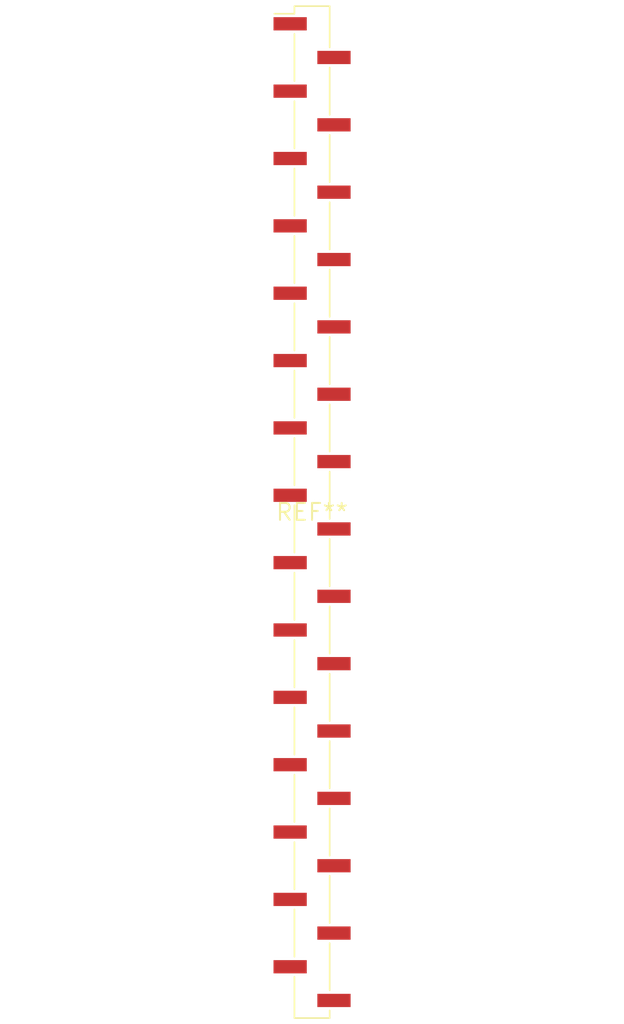
<source format=kicad_pcb>
(kicad_pcb (version 20240108) (generator pcbnew)
  (layers (0 "F.Cu" signal) (31 "B.Cu" signal) (34 "B.Paste" user) (35 "F.Paste" user) (36 "B.SilkS" user "B.Silkscreen") (37 "F.SilkS" user "F.Silkscreen") (38 "B.Mask" user) (39 "F.Mask" user) (44 "Edge.Cuts" user))
  (net 0 "")
  (footprint "PinHeader_1x30_P2.54mm_Vertical_SMD_Pin1Left" (layer "F.Cu") (at 0 0)
    (property "Reference" "REF**")
    (property "Value" "PinHeader_1x30_P2.54mm_Vertical_SMD_Pin1Left")
    (fp_line (start -1.33 -38.16) (end -1.33 -37.59) (layer "F.SilkS") (stroke (width 0.12)))
    (fp_line (start -1.33 -38.16) (end 1.33 -38.16) (layer "F.SilkS") (stroke (width 0.12)))
    (fp_line (start -1.33 -37.59) (end -2.85 -37.59) (layer "F.SilkS") (stroke (width 0.12)))
    (fp_line (start -1.33 -36.07) (end -1.33 -32.51) (layer "F.SilkS") (stroke (width 0.12)))
    (fp_line (start -1.33 -30.99) (end -1.33 -27.43) (layer "F.SilkS") (stroke (width 0.12)))
    (fp_line (start -1.33 -25.91) (end -1.33 -22.35) (layer "F.SilkS") (stroke (width 0.12)))
    (fp_line (start -1.33 -20.83) (end -1.33 -17.27) (layer "F.SilkS") (stroke (width 0.12)))
    (fp_line (start -1.33 -15.75) (end -1.33 -12.19) (layer "F.SilkS") (stroke (width 0.12)))
    (fp_line (start -1.33 -10.67) (end -1.33 -7.11) (layer "F.SilkS") (stroke (width 0.12)))
    (fp_line (start -1.33 -5.59) (end -1.33 -2.03) (layer "F.SilkS") (stroke (width 0.12)))
    (fp_line (start -1.33 -0.51) (end -1.33 3.05) (layer "F.SilkS") (stroke (width 0.12)))
    (fp_line (start -1.33 4.57) (end -1.33 8.13) (layer "F.SilkS") (stroke (width 0.12)))
    (fp_line (start -1.33 9.65) (end -1.33 13.21) (layer "F.SilkS") (stroke (width 0.12)))
    (fp_line (start -1.33 14.73) (end -1.33 18.29) (layer "F.SilkS") (stroke (width 0.12)))
    (fp_line (start -1.33 19.81) (end -1.33 23.37) (layer "F.SilkS") (stroke (width 0.12)))
    (fp_line (start -1.33 24.89) (end -1.33 28.45) (layer "F.SilkS") (stroke (width 0.12)))
    (fp_line (start -1.33 29.97) (end -1.33 33.53) (layer "F.SilkS") (stroke (width 0.12)))
    (fp_line (start -1.33 35.05) (end -1.33 38.16) (layer "F.SilkS") (stroke (width 0.12)))
    (fp_line (start -1.33 38.16) (end 1.33 38.16) (layer "F.SilkS") (stroke (width 0.12)))
    (fp_line (start 1.33 -38.16) (end 1.33 -35.05) (layer "F.SilkS") (stroke (width 0.12)))
    (fp_line (start 1.33 -33.53) (end 1.33 -29.97) (layer "F.SilkS") (stroke (width 0.12)))
    (fp_line (start 1.33 -28.45) (end 1.33 -24.89) (layer "F.SilkS") (stroke (width 0.12)))
    (fp_line (start 1.33 -23.37) (end 1.33 -19.81) (layer "F.SilkS") (stroke (width 0.12)))
    (fp_line (start 1.33 -18.29) (end 1.33 -14.73) (layer "F.SilkS") (stroke (width 0.12)))
    (fp_line (start 1.33 -13.21) (end 1.33 -9.65) (layer "F.SilkS") (stroke (width 0.12)))
    (fp_line (start 1.33 -8.13) (end 1.33 -4.57) (layer "F.SilkS") (stroke (width 0.12)))
    (fp_line (start 1.33 -3.05) (end 1.33 0.51) (layer "F.SilkS") (stroke (width 0.12)))
    (fp_line (start 1.33 2.03) (end 1.33 5.59) (layer "F.SilkS") (stroke (width 0.12)))
    (fp_line (start 1.33 7.11) (end 1.33 10.67) (layer "F.SilkS") (stroke (width 0.12)))
    (fp_line (start 1.33 12.19) (end 1.33 15.75) (layer "F.SilkS") (stroke (width 0.12)))
    (fp_line (start 1.33 17.27) (end 1.33 20.83) (layer "F.SilkS") (stroke (width 0.12)))
    (fp_line (start 1.33 22.35) (end 1.33 25.91) (layer "F.SilkS") (stroke (width 0.12)))
    (fp_line (start 1.33 27.43) (end 1.33 30.99) (layer "F.SilkS") (stroke (width 0.12)))
    (fp_line (start 1.33 32.51) (end 1.33 36.07) (layer "F.SilkS") (stroke (width 0.12)))
    (fp_line (start 1.33 37.59) (end 1.33 38.16) (layer "F.SilkS") (stroke (width 0.12)))
    (pad "1" smd rect (at -1.655 -36.83) (size 2.51 1) (layers "F.Cu" "F.Paste" "F.Mask"))
    (pad "2" smd rect (at 1.655 -34.29) (size 2.51 1) (layers "F.Cu" "F.Paste" "F.Mask"))
    (pad "3" smd rect (at -1.655 -31.75) (size 2.51 1) (layers "F.Cu" "F.Paste" "F.Mask"))
    (pad "4" smd rect (at 1.655 -29.21) (size 2.51 1) (layers "F.Cu" "F.Paste" "F.Mask"))
    (pad "5" smd rect (at -1.655 -26.67) (size 2.51 1) (layers "F.Cu" "F.Paste" "F.Mask"))
    (pad "6" smd rect (at 1.655 -24.13) (size 2.51 1) (layers "F.Cu" "F.Paste" "F.Mask"))
    (pad "7" smd rect (at -1.655 -21.59) (size 2.51 1) (layers "F.Cu" "F.Paste" "F.Mask"))
    (pad "8" smd rect (at 1.655 -19.05) (size 2.51 1) (layers "F.Cu" "F.Paste" "F.Mask"))
    (pad "9" smd rect (at -1.655 -16.51) (size 2.51 1) (layers "F.Cu" "F.Paste" "F.Mask"))
    (pad "10" smd rect (at 1.655 -13.97) (size 2.51 1) (layers "F.Cu" "F.Paste" "F.Mask"))
    (pad "11" smd rect (at -1.655 -11.43) (size 2.51 1) (layers "F.Cu" "F.Paste" "F.Mask"))
    (pad "12" smd rect (at 1.655 -8.89) (size 2.51 1) (layers "F.Cu" "F.Paste" "F.Mask"))
    (pad "13" smd rect (at -1.655 -6.35) (size 2.51 1) (layers "F.Cu" "F.Paste" "F.Mask"))
    (pad "14" smd rect (at 1.655 -3.81) (size 2.51 1) (layers "F.Cu" "F.Paste" "F.Mask"))
    (pad "15" smd rect (at -1.655 -1.27) (size 2.51 1) (layers "F.Cu" "F.Paste" "F.Mask"))
    (pad "16" smd rect (at 1.655 1.27) (size 2.51 1) (layers "F.Cu" "F.Paste" "F.Mask"))
    (pad "17" smd rect (at -1.655 3.81) (size 2.51 1) (layers "F.Cu" "F.Paste" "F.Mask"))
    (pad "18" smd rect (at 1.655 6.35) (size 2.51 1) (layers "F.Cu" "F.Paste" "F.Mask"))
    (pad "19" smd rect (at -1.655 8.89) (size 2.51 1) (layers "F.Cu" "F.Paste" "F.Mask"))
    (pad "20" smd rect (at 1.655 11.43) (size 2.51 1) (layers "F.Cu" "F.Paste" "F.Mask"))
    (pad "21" smd rect (at -1.655 13.97) (size 2.51 1) (layers "F.Cu" "F.Paste" "F.Mask"))
    (pad "22" smd rect (at 1.655 16.51) (size 2.51 1) (layers "F.Cu" "F.Paste" "F.Mask"))
    (pad "23" smd rect (at -1.655 19.05) (size 2.51 1) (layers "F.Cu" "F.Paste" "F.Mask"))
    (pad "24" smd rect (at 1.655 21.59) (size 2.51 1) (layers "F.Cu" "F.Paste" "F.Mask"))
    (pad "25" smd rect (at -1.655 24.13) (size 2.51 1) (layers "F.Cu" "F.Paste" "F.Mask"))
    (pad "26" smd rect (at 1.655 26.67) (size 2.51 1) (layers "F.Cu" "F.Paste" "F.Mask"))
    (pad "27" smd rect (at -1.655 29.21) (size 2.51 1) (layers "F.Cu" "F.Paste" "F.Mask"))
    (pad "28" smd rect (at 1.655 31.75) (size 2.51 1) (layers "F.Cu" "F.Paste" "F.Mask"))
    (pad "29" smd rect (at -1.655 34.29) (size 2.51 1) (layers "F.Cu" "F.Paste" "F.Mask"))
    (pad "30" smd rect (at 1.655 36.83) (size 2.51 1) (layers "F.Cu" "F.Paste" "F.Mask"))
  )
)
</source>
